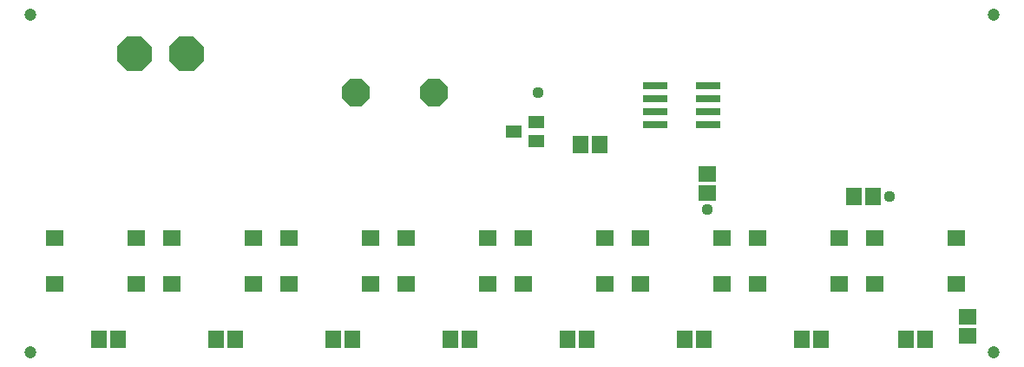
<source format=gts>
G04 EAGLE Gerber RS-274X export*
G75*
%MOMM*%
%FSLAX34Y34*%
%LPD*%
%INTop Solder Mask*%
%IPPOS*%
%AMOC8*
5,1,8,0,0,1.08239X$1,22.5*%
G01*
%ADD10C,1.203200*%
%ADD11P,3.629037X8X292.500000*%
%ADD12R,1.703200X1.503200*%
%ADD13R,1.503200X1.703200*%
%ADD14P,2.969212X8X202.500000*%
%ADD15R,1.603200X1.203200*%
%ADD16R,1.753200X1.503200*%
%ADD17R,2.403200X0.803200*%
%ADD18C,1.117600*%


D10*
X25400Y355600D03*
X25400Y25400D03*
X965200Y25400D03*
X965200Y355600D03*
D11*
X127000Y317500D03*
X177800Y317500D03*
D12*
X685800Y200000D03*
X685800Y181000D03*
D13*
X828700Y177800D03*
X847700Y177800D03*
D14*
X419100Y279400D03*
X342900Y279400D03*
D15*
X497000Y241300D03*
X519000Y250800D03*
X519000Y231800D03*
D13*
X562000Y228600D03*
X581000Y228600D03*
D12*
X939800Y41300D03*
X939800Y60300D03*
D13*
X92100Y38100D03*
X111100Y38100D03*
X206400Y38100D03*
X225400Y38100D03*
X320700Y38100D03*
X339700Y38100D03*
X435000Y38100D03*
X454000Y38100D03*
X549300Y38100D03*
X568300Y38100D03*
X663600Y38100D03*
X682600Y38100D03*
X777900Y38100D03*
X796900Y38100D03*
X879500Y38100D03*
X898500Y38100D03*
D16*
X128650Y136800D03*
X49150Y136800D03*
X128650Y91800D03*
X49150Y91800D03*
X242950Y136800D03*
X163450Y136800D03*
X242950Y91800D03*
X163450Y91800D03*
X357250Y136800D03*
X277750Y136800D03*
X357250Y91800D03*
X277750Y91800D03*
X471550Y136800D03*
X392050Y136800D03*
X471550Y91800D03*
X392050Y91800D03*
X585850Y136800D03*
X506350Y136800D03*
X585850Y91800D03*
X506350Y91800D03*
X700150Y136800D03*
X620650Y136800D03*
X700150Y91800D03*
X620650Y91800D03*
X814450Y136800D03*
X734950Y136800D03*
X814450Y91800D03*
X734950Y91800D03*
X928750Y136800D03*
X849250Y136800D03*
X928750Y91800D03*
X849250Y91800D03*
D17*
X634400Y273050D03*
X686400Y273050D03*
X634400Y285750D03*
X634400Y260350D03*
X634400Y247650D03*
X686400Y285750D03*
X686400Y260350D03*
X686400Y247650D03*
D18*
X685800Y165100D03*
X863600Y177800D03*
X520700Y279400D03*
M02*

</source>
